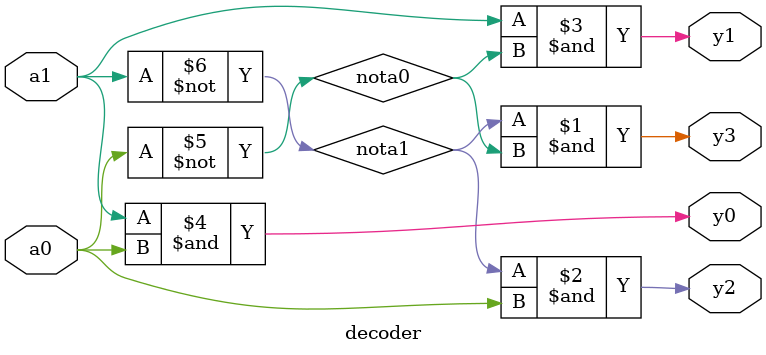
<source format=v>
module decoder(output y3,y2,y1,y0, input a1,a0);

    wire nota0;
    wire nota1;

    not(nota0,a0);
    not(nota1,a1);

    and(y3,nota1,nota0);
    and(y2,nota1,a0);
    and(y1,a1,nota0);
    and(y0,a1,a0);

endmodule
</source>
